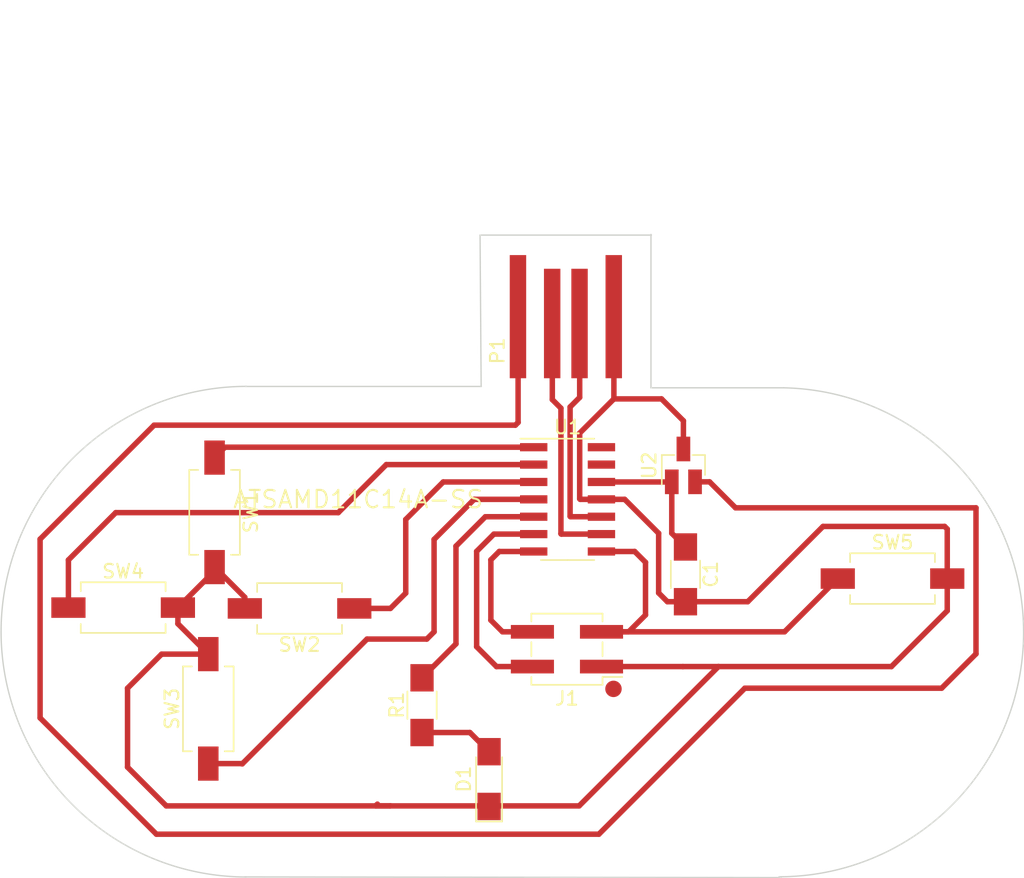
<source format=kicad_pcb>
(kicad_pcb (version 20211014) (generator pcbnew)
  (layers (0 "F.Cu" signal) (31 "B.Cu" signal) (34 "B.Paste" user) (35 "F.Paste" user) (36 "B.SilkS" user "B.Silkscreen") (37 "F.SilkS" user "F.Silkscreen") (38 "B.Mask" user) (39 "F.Mask" user) (44 "Edge.Cuts" user))
  (net 0 "")
  (net 1 "Net-(C1-Pad1)")
  (net 2 "Net-(J1-Pad2)")
  (net 3 "Net-(J1-Pad4)")
  (net 4 "Net-(P1-Pad1)")
  (net 5 "Net-(P1-Pad2)")
  (net 6 "Net-(P1-Pad3)")
  (net 7 "GND")
  (net 8 "SW1")
  (net 9 "SW2")
  (net 10 "SW3")
  (net 11 "SW4")
  (net 12 "SW5")
  (net 15 "Net-(D1-Pad2)")
  (net 16 "LED")
  (footprint "fab:PinHeader_2x02_SWD_P2.54mm_Vertical_SMD" (layer "F.Cu") (at 133.69 113.11 180)
    (fp_text reference "J1" (at 0 -3.6) (layer "F.SilkS"))
    (fp_text value "Conn_PinHeader_2x02_SWD_P2.54mm_Vertical_SMD")
    (fp_circle (center -3.4 -2.9) (end -2.9 -2.9) (layer "F.Cu") (width 0.2) (fill solid))
    (fp_line (start -4.04 -2.03) (end -2.6 -2.03) (layer "F.SilkS") (width 0.12))
    (fp_line (start -2.6 -2.6) (end 2.6 -2.6) (layer "F.SilkS") (width 0.12))
    (fp_line (start 2.6 -2.6) (end 2.6 -2.03) (layer "F.SilkS") (width 0.12))
    (fp_line (start -2.6 -2.6) (end -2.6 -2.03) (layer "F.SilkS") (width 0.12))
    (fp_line (start 2.6 -0.51) (end 2.6 0.51) (layer "F.SilkS") (width 0.12))
    (fp_line (start -2.6 -0.51) (end -2.6 0.51) (layer "F.SilkS") (width 0.12))
    (fp_line (start -2.6 2.6) (end 2.6 2.6) (layer "F.SilkS") (width 0.12))
    (fp_line (start 2.6 2.03) (end 2.6 2.6) (layer "F.SilkS") (width 0.12))
    (fp_line (start -2.6 2.03) (end -2.6 2.6) (layer "F.SilkS") (width 0.12))
    (pad "1" smd rect (at -2.525 -1.27 180) (size 3.15 1) (layers "F.Cu" "F.Paste" "F.Mask") (net 7 "GND"))
    (pad "2" smd rect (at 2.525 -1.27 180) (size 3.15 1) (layers "F.Cu" "F.Paste" "F.Mask") (net 2 "Net-(J1-Pad2)"))
    (pad "3" smd rect (at -2.525 1.27 180) (size 3.15 1) (layers "F.Cu" "F.Paste" "F.Mask") (net 12 "SW5"))
    (pad "4" smd rect (at 2.525 1.27 180) (size 3.15 1) (layers "F.Cu" "F.Paste" "F.Mask") (net 3 "Net-(J1-Pad4)"))
  )
  (footprint "fab:Button_C&K_PTS636_6x3.5mm" (layer "F.Cu") (at 107.48 117.47 90)
    (fp_text reference "SW3" (at 0 -2.65 90) (layer "F.SilkS"))
    (fp_text value "BUTTON_PTS636")
    (fp_line (start 3.1 -1.85) (end -3.1 -1.85) (layer "F.SilkS") (width 0.12))
    (fp_line (start -3.1 1.85) (end 3.1 1.85) (layer "F.SilkS") (width 0.12))
    (fp_line (start 3.1 1.85) (end 3.1 1.2) (layer "F.SilkS") (width 0.12))
    (fp_line (start -3.1 1.2) (end -3.1 1.85) (layer "F.SilkS") (width 0.12))
    (fp_line (start 3.1 -1.85) (end 3.1 -1.2) (layer "F.SilkS") (width 0.12))
    (fp_line (start -3.1 -1.85) (end -3.1 -1.2) (layer "F.SilkS") (width 0.12))
    (pad "1" smd rect locked (at -4 0 90) (size 2.5 1.5) (layers "F.Cu" "F.Paste" "F.Mask") (net 10 "SW3"))
    (pad "2" smd rect locked (at 4 0 90) (size 2.5 1.5) (layers "F.Cu" "F.Paste" "F.Mask") (net 7 "GND"))
  )
  (footprint "fab:Conn_USB_A_Plain" (layer "F.Cu") (at 133.61 89.31 90)
    (fp_text reference "P1" (at -2 -5 90 unlocked) (layer "F.SilkS"))
    (fp_text value "Conn_USB_A_Plain")
    (pad "1" smd rect (at 0.5 -3.5 90) (size 9 1.2) (layers "F.Cu" "F.Paste" "F.Mask") (net 4 "Net-(P1-Pad1)"))
    (pad "2" smd rect (at 0 -1 90) (size 8 1.2) (layers "F.Cu" "F.Paste" "F.Mask") (net 5 "Net-(P1-Pad2)"))
    (pad "3" smd rect (at 0 1 90) (size 8 1.2) (layers "F.Cu" "F.Paste" "F.Mask") (net 6 "Net-(P1-Pad3)"))
    (pad "4" smd rect (at 0.5 3.5 90) (size 9 1.2) (layers "F.Cu" "F.Paste" "F.Mask") (net 7 "GND"))
  )
  (footprint "fab:R_1206" (layer "F.Cu") (at 123.1 117.2 90)
    (fp_text reference "R1" (at 0 -1.85 90) (layer "F.SilkS"))
    (fp_text value "R")
    (fp_line (start -1 -1.07) (end 1 -1.07) (layer "F.SilkS") (width 0.12))
    (fp_line (start 1 1.07) (end -1 1.07) (layer "F.SilkS") (width 0.12))
    (pad "1" smd rect locked (at -2 0 90) (size 2 1.7) (layers "F.Cu" "F.Paste" "F.Mask") (net 15 "Net-(D1-Pad2)"))
    (pad "2" smd rect locked (at 2 0 90) (size 2 1.7) (layers "F.Cu" "F.Paste" "F.Mask") (net 16 "LED"))
  )
  (footprint "fab:SOIC-14_3.9x8.7mm_P1.27mm" (layer "F.Cu") (at 133.735 102.16)
    (fp_text reference "U1" (at 0 -5.28) (layer "F.SilkS"))
    (fp_text value "ATSAMD11C14A-SS" (at -15.305 0) (layer "F.SilkS") (effects (font (size 1.27 1.27))))
    (fp_line (start 0 4.435) (end 1.95 4.435) (layer "F.SilkS") (width 0.12))
    (fp_line (start 0 4.435) (end -1.95 4.435) (layer "F.SilkS") (width 0.12))
    (fp_line (start 0 -4.435) (end 1.95 -4.435) (layer "F.SilkS") (width 0.12))
    (fp_line (start 0 -4.435) (end -3.45 -4.435) (layer "F.SilkS") (width 0.12))
    (pad "1" smd rect (at -2.475 -3.81) (size 2 0.6) (layers "F.Cu" "F.Paste" "F.Mask") (net 8 "SW1"))
    (pad "2" smd rect (at -2.475 -2.54) (size 2 0.6) (layers "F.Cu" "F.Paste" "F.Mask") (net 11 "SW4"))
    (pad "3" smd rect (at -2.475 -1.27) (size 2 0.6) (layers "F.Cu" "F.Paste" "F.Mask") (net 9 "SW2"))
    (pad "4" smd rect (at -2.475 0) (size 2 0.6) (layers "F.Cu" "F.Paste" "F.Mask") (net 10 "SW3"))
    (pad "5" smd rect (at -2.475 1.27) (size 2 0.6) (layers "F.Cu" "F.Paste" "F.Mask") (net 16 "LED"))
    (pad "6" smd rect (at -2.475 2.54) (size 2 0.6) (layers "F.Cu" "F.Paste" "F.Mask") (net 2 "Net-(J1-Pad2)"))
    (pad "7" smd rect (at -2.475 3.81) (size 2 0.6) (layers "F.Cu" "F.Paste" "F.Mask") (net 3 "Net-(J1-Pad4)"))
    (pad "8" smd rect (at 2.475 3.81) (size 2 0.6) (layers "F.Cu" "F.Paste" "F.Mask") (net 12 "SW5"))
    (pad "9" smd rect (at 2.475 2.54) (size 2 0.6) (layers "F.Cu" "F.Paste" "F.Mask") (net 5 "Net-(P1-Pad2)"))
    (pad "10" smd rect (at 2.475 1.27) (size 2 0.6) (layers "F.Cu" "F.Paste" "F.Mask") (net 6 "Net-(P1-Pad3)"))
    (pad "11" smd rect (at 2.475 0) (size 2 0.6) (layers "F.Cu" "F.Paste" "F.Mask") (net 7 "GND"))
    (pad "12" smd rect (at 2.475 -1.27) (size 2 0.6) (layers "F.Cu" "F.Paste" "F.Mask") (net 1 "Net-(C1-Pad1)"))
    (pad "13" smd rect (at 2.475 -2.54) (size 2 0.6) (layers "F.Cu" "F.Paste" "F.Mask"))
    (pad "14" smd rect (at 2.475 -3.81) (size 2 0.6) (layers "F.Cu" "F.Paste" "F.Mask"))
  )
  (footprint "fab:SOT-23" (layer "F.Cu") (at 142.2 99.68 90)
    (fp_text reference "U2" (at 0 -2.5 90) (layer "F.SilkS"))
    (fp_text value "Regulator_Linear_LM3480-3.3V-100mA")
    (fp_line (start 0.76 1.58) (end -0.7 1.58) (layer "F.SilkS") (width 0.12))
    (fp_line (start 0.76 -1.58) (end -1.4 -1.58) (layer "F.SilkS") (width 0.12))
    (fp_line (start 0.76 1.58) (end 0.76 0.65) (layer "F.SilkS") (width 0.12))
    (fp_line (start 0.76 -1.58) (end 0.76 -0.65) (layer "F.SilkS") (width 0.12))
    (pad "1" smd rect locked (at -1.2 -0.85 90) (size 1.8 1) (layers "F.Cu" "F.Paste" "F.Mask") (net 1 "Net-(C1-Pad1)"))
    (pad "2" smd rect locked (at -1.2 0.85 90) (size 1.8 1) (layers "F.Cu" "F.Paste" "F.Mask") (net 4 "Net-(P1-Pad1)"))
    (pad "3" smd rect locked (at 1.2 0 90) (size 1.8 1) (layers "F.Cu" "F.Paste" "F.Mask") (net 7 "GND"))
  )
  (footprint "fab:Button_C&K_PTS636_6x3.5mm" (layer "F.Cu") (at 114.15 110.13 180)
    (fp_text reference "SW2" (at 0 -2.65) (layer "F.SilkS"))
    (fp_text value "BUTTON_PTS636")
    (fp_line (start -3.1 -1.85) (end -3.1 -1.2) (layer "F.SilkS") (width 0.12))
    (fp_line (start 3.1 1.85) (end 3.1 1.2) (layer "F.SilkS") (width 0.12))
    (fp_line (start 3.1 -1.85) (end -3.1 -1.85) (layer "F.SilkS") (width 0.12))
    (fp_line (start -3.1 1.85) (end 3.1 1.85) (layer "F.SilkS") (width 0.12))
    (fp_line (start -3.1 1.2) (end -3.1 1.85) (layer "F.SilkS") (width 0.12))
    (fp_line (start 3.1 -1.85) (end 3.1 -1.2) (layer "F.SilkS") (width 0.12))
    (pad "1" smd rect locked (at -4 0 180) (size 2.5 1.5) (layers "F.Cu" "F.Paste" "F.Mask") (net 9 "SW2"))
    (pad "2" smd rect locked (at 4 0 180) (size 2.5 1.5) (layers "F.Cu" "F.Paste" "F.Mask") (net 7 "GND"))
  )
  (footprint "fab:C_1206" (layer "F.Cu") (at 142.35 107.64 -90)
    (fp_text reference "C1" (at 0 -1.85 90) (layer "F.SilkS"))
    (fp_text value "C")
    (fp_line (start -1 -1.07) (end 1 -1.07) (layer "F.SilkS") (width 0.12))
    (fp_line (start 1 1.07) (end -1 1.07) (layer "F.SilkS") (width 0.12))
    (pad "1" smd rect locked (at -2 0 270) (size 2 1.7) (layers "F.Cu" "F.Paste" "F.Mask") (net 1 "Net-(C1-Pad1)"))
    (pad "2" smd rect locked (at 2 0 270) (size 2 1.7) (layers "F.Cu" "F.Paste" "F.Mask") (net 7 "GND"))
  )
  (footprint "fab:Button_C&K_PTS636_6x3.5mm" (layer "F.Cu") (at 107.94 103.11 -90)
    (fp_text reference "SW1" (at 0 -2.65 90) (layer "F.SilkS"))
    (fp_text value "BUTTON_PTS636")
    (fp_line (start -3.1 -1.85) (end -3.1 -1.2) (layer "F.SilkS") (width 0.12))
    (fp_line (start 3.1 1.85) (end 3.1 1.2) (layer "F.SilkS") (width 0.12))
    (fp_line (start -3.1 1.85) (end 3.1 1.85) (layer "F.SilkS") (width 0.12))
    (fp_line (start -3.1 1.2) (end -3.1 1.85) (layer "F.SilkS") (width 0.12))
    (fp_line (start 3.1 -1.85) (end 3.1 -1.2) (layer "F.SilkS") (width 0.12))
    (fp_line (start 3.1 -1.85) (end -3.1 -1.85) (layer "F.SilkS") (width 0.12))
    (pad "1" smd rect locked (at -4 0 270) (size 2.5 1.5) (layers "F.Cu" "F.Paste" "F.Mask") (net 8 "SW1"))
    (pad "2" smd rect locked (at 4 0 270) (size 2.5 1.5) (layers "F.Cu" "F.Paste" "F.Mask") (net 7 "GND"))
  )
  (footprint "fab:Button_C&K_PTS636_6x3.5mm" (layer "F.Cu") (at 101.26 110.07)
    (fp_text reference "SW4" (at 0 -2.65) (layer "F.SilkS"))
    (fp_text value "BUTTON_PTS636")
    (fp_line (start 3.1 -1.85) (end 3.1 -1.2) (layer "F.SilkS") (width 0.12))
    (fp_line (start 3.1 1.85) (end 3.1 1.2) (layer "F.SilkS") (width 0.12))
    (fp_line (start -3.1 -1.85) (end -3.1 -1.2) (layer "F.SilkS") (width 0.12))
    (fp_line (start -3.1 1.85) (end 3.1 1.85) (layer "F.SilkS") (width 0.12))
    (fp_line (start -3.1 1.2) (end -3.1 1.85) (layer "F.SilkS") (width 0.12))
    (fp_line (start 3.1 -1.85) (end -3.1 -1.85) (layer "F.SilkS") (width 0.12))
    (pad "1" smd rect locked (at -4 0) (size 2.5 1.5) (layers "F.Cu" "F.Paste" "F.Mask") (net 11 "SW4"))
    (pad "2" smd rect locked (at 4 0) (size 2.5 1.5) (layers "F.Cu" "F.Paste" "F.Mask") (net 7 "GND"))
  )
  (footprint "fab:Button_C&K_PTS636_6x3.5mm" (layer "F.Cu") (at 157.48 107.95)
    (fp_text reference "SW5" (at 0 -2.65) (layer "F.SilkS"))
    (fp_text value "BUTTON_PTS636")
    (fp_line (start -3.1 1.85) (end 3.1 1.85) (layer "F.SilkS") (width 0.12))
    (fp_line (start -3.1 1.2) (end -3.1 1.85) (layer "F.SilkS") (width 0.12))
    (fp_line (start 3.1 1.85) (end 3.1 1.2) (layer "F.SilkS") (width 0.12))
    (fp_line (start 3.1 -1.85) (end 3.1 -1.2) (layer "F.SilkS") (width 0.12))
    (fp_line (start -3.1 -1.85) (end -3.1 -1.2) (layer "F.SilkS") (width 0.12))
    (fp_line (start 3.1 -1.85) (end -3.1 -1.85) (layer "F.SilkS") (width 0.12))
    (pad "1" smd rect locked (at -4 0) (size 2.5 1.5) (layers "F.Cu" "F.Paste" "F.Mask") (net 12 "SW5"))
    (pad "2" smd rect locked (at 4 0) (size 2.5 1.5) (layers "F.Cu" "F.Paste" "F.Mask") (net 7 "GND"))
  )
  (footprint "fab:LED_1206" (layer "F.Cu") (at 128 122.6 90)
    (fp_text reference "D1" (at 0 -1.85 90) (layer "F.SilkS"))
    (fp_text value "LED")
    (fp_line (start -3.1 -0.95) (end 1.6 -0.95) (layer "F.SilkS") (width 0.12))
    (fp_line (start -3.1 -0.95) (end -3.1 0.95) (layer "F.SilkS") (width 0.12))
    (fp_line (start -3.1 0.95) (end 1.6 0.95) (layer "F.SilkS") (width 0.12))
    (pad "1" smd rect locked (at -2 0 90) (size 2 1.7) (layers "F.Cu" "F.Paste" "F.Mask") (net 7 "GND"))
    (pad "2" smd rect locked (at 2 0 90) (size 2 1.7) (layers "F.Cu" "F.Paste" "F.Mask") (net 15 "Net-(D1-Pad2)"))
  )
  (gr_arc (start 149.53 94.01) (mid 167.055809 112.04339) (end 149.19 129.74) (layer "Edge.Cuts") (width 0.1))
  (gr_line (start 110.15 129.75) (end 149.32 129.8) (layer "Edge.Cuts") (width 0.1))
  (gr_line (start 110.2 93.91) (end 127.42 93.91) (layer "Edge.Cuts") (width 0.1))
  (gr_line (start 127.34 82.85) (end 139.86 82.85) (layer "Edge.Cuts") (width 0.1))
  (gr_line (start 139.83 94.01) (end 149.53 94.01) (layer "Edge.Cuts") (width 0.1))
  (gr_line (start 139.83 82.8) (end 139.83 94.01) (layer "Edge.Cuts") (width 0.1))
  (gr_arc (start 110.265 129.755) (mid 92.309975 111.83) (end 110.265 93.905) (layer "Edge.Cuts") (width 0.1))
  (gr_line (start 127.42 93.91) (end 127.34 82.85) (layer "Edge.Cuts") (width 0.1))
  (segment (start 141.35 104.64) (end 142.35 105.64) (width 0.4) (layer "F.Cu") (net 1))
  (segment (start 141.35 100.88) (end 141.35 104.64) (width 0.4) (layer "F.Cu") (net 1))
  (segment (start 141.34 100.89) (end 141.35 100.88) (width 0.4) (layer "F.Cu") (net 1))
  (segment (start 136.21 100.89) (end 141.34 100.89) (width 0.4) (layer "F.Cu") (net 1))
  (segment (start 127.09 112.93) (end 128.54 114.38) (width 0.4) (layer "F.Cu") (net 2))
  (segment (start 127.09 105.96) (end 127.09 112.93) (width 0.4) (layer "F.Cu") (net 2))
  (segment (start 128.54 114.38) (end 131.165 114.38) (width 0.4) (layer "F.Cu") (net 2))
  (segment (start 131.26 104.7) (end 128.35 104.7) (width 0.4) (layer "F.Cu") (net 2))
  (segment (start 128.35 104.7) (end 127.09 105.96) (width 0.4) (layer "F.Cu") (net 2))
  (segment (start 128.98 111.84) (end 131.165 111.84) (width 0.4) (layer "F.Cu") (net 3))
  (segment (start 128.13 110.99) (end 128.98 111.84) (width 0.4) (layer "F.Cu") (net 3))
  (segment (start 128.74 105.97) (end 128.13 106.58) (width 0.4) (layer "F.Cu") (net 3))
  (segment (start 128.13 106.58) (end 128.13 110.99) (width 0.4) (layer "F.Cu") (net 3))
  (segment (start 131.26 105.97) (end 128.74 105.97) (width 0.4) (layer "F.Cu") (net 3))
  (segment (start 163.58 102.78) (end 146.01 102.78) (width 0.4) (layer "F.Cu") (net 4))
  (segment (start 146.01 102.78) (end 144.11 100.88) (width 0.4) (layer "F.Cu") (net 4))
  (segment (start 95.19 105.07) (end 95.19 118.13) (width 0.4) (layer "F.Cu") (net 4))
  (segment (start 130.12 87.61) (end 130.12 96.54) (width 0.4) (layer "F.Cu") (net 4))
  (segment (start 146.69 115.96) (end 161.07 115.96) (width 0.4) (layer "F.Cu") (net 4))
  (segment (start 161.07 115.96) (end 163.58 113.45) (width 0.4) (layer "F.Cu") (net 4))
  (segment (start 95.19 118.13) (end 103.69 126.63) (width 0.4) (layer "F.Cu") (net 4))
  (segment (start 130.12 96.54) (end 129.92 96.74) (width 0.4) (layer "F.Cu") (net 4))
  (segment (start 136.02 126.63) (end 146.69 115.96) (width 0.4) (layer "F.Cu") (net 4))
  (segment (start 144.11 100.88) (end 143.05 100.88) (width 0.4) (layer "F.Cu") (net 4))
  (segment (start 103.52 96.74) (end 95.19 105.07) (width 0.4) (layer "F.Cu") (net 4))
  (segment (start 163.58 113.45) (end 163.58 102.78) (width 0.4) (layer "F.Cu") (net 4))
  (segment (start 129.92 96.74) (end 103.52 96.74) (width 0.4) (layer "F.Cu") (net 4))
  (segment (start 103.69 126.63) (end 136.02 126.63) (width 0.4) (layer "F.Cu") (net 4))
  (segment (start 132.62 94.87) (end 133.25 95.5) (width 0.4) (layer "F.Cu") (net 5))
  (segment (start 133.25 95.5) (end 133.25 104.67) (width 0.4) (layer "F.Cu") (net 5))
  (segment (start 133.28 104.7) (end 136.21 104.7) (width 0.4) (layer "F.Cu") (net 5))
  (segment (start 132.62 88.11) (end 132.62 94.87) (width 0.4) (layer "F.Cu") (net 5))
  (segment (start 133.25 104.67) (end 133.28 104.7) (width 0.4) (layer "F.Cu") (net 5))
  (segment (start 134.62 88.11) (end 134.62 94.71) (width 0.4) (layer "F.Cu") (net 6))
  (segment (start 134.62 94.71) (end 133.92 95.41) (width 0.4) (layer "F.Cu") (net 6))
  (segment (start 133.92 103.4) (end 133.95 103.43) (width 0.4) (layer "F.Cu") (net 6))
  (segment (start 133.95 103.43) (end 136.21 103.43) (width 0.4) (layer "F.Cu") (net 6))
  (segment (start 133.92 95.41) (end 133.92 103.4) (width 0.4) (layer "F.Cu") (net 6))
  (segment (start 107.48 113.47) (end 104.07 113.47) (width 0.4) (layer "F.Cu") (net 7))
  (segment (start 104.07 113.47) (end 101.58 115.96) (width 0.4) (layer "F.Cu") (net 7))
  (segment (start 140.39 104.64) (end 137.91 102.16) (width 0.4) (layer "F.Cu") (net 7))
  (segment (start 142.35 109.64) (end 146.9 109.64) (width 0.4) (layer "F.Cu") (net 7))
  (segment (start 107.94 107.39) (end 105.26 110.07) (width 0.4) (layer "F.Cu") (net 7))
  (segment (start 161.48 104.33) (end 161.48 107.95) (width 0.4) (layer "F.Cu") (net 7))
  (segment (start 105.26 111.25) (end 107.48 113.47) (width 0.4) (layer "F.Cu") (net 7))
  (segment (start 142.2 96.42) (end 140.6 94.82) (width 0.4) (layer "F.Cu") (net 7))
  (segment (start 105.26 110.07) (end 105.26 111.25) (width 0.4) (layer "F.Cu") (net 7))
  (segment (start 119.71 124.56) (end 120.78 124.56) (width 0.4) (layer "F.Cu") (net 7))
  (segment (start 140.6 94.82) (end 137.12 94.82) (width 0.4) (layer "F.Cu") (net 7))
  (segment (start 134.62 97.32) (end 134.62 102.12) (width 0.4) (layer "F.Cu") (net 7))
  (segment (start 146.9 109.64) (end 152.4 104.14) (width 0.4) (layer "F.Cu") (net 7))
  (segment (start 119.84 124.43) (end 119.71 124.56) (width 0.4) (layer "F.Cu") (net 7))
  (segment (start 134.62 102.12) (end 134.66 102.16) (width 0.4) (layer "F.Cu") (net 7))
  (segment (start 141.03 109.64) (end 140.39 109) (width 0.4) (layer "F.Cu") (net 7))
  (segment (start 101.58 115.96) (end 101.58 121.73) (width 0.4) (layer "F.Cu") (net 7))
  (segment (start 134.58 124.56) (end 144.76 114.38) (width 0.4) (layer "F.Cu") (net 7))
  (segment (start 161.48 107.95) (end 161.48 110.3) (width 0.4) (layer "F.Cu") (net 7))
  (segment (start 110.15 109.32) (end 107.94 107.11) (width 0.4) (layer "F.Cu") (net 7))
  (segment (start 142.16 114.38) (end 136.215 114.38) (width 0.4) (layer "F.Cu") (net 7))
  (segment (start 161.48 110.3) (end 157.4 114.38) (width 0.4) (layer "F.Cu") (net 7))
  (segment (start 161.29 104.14) (end 161.48 104.33) (width 0.4) (layer "F.Cu") (net 7))
  (segment (start 137.12 87.61) (end 137.12 94.82) (width 0.4) (layer "F.Cu") (net 7))
  (segment (start 134.66 102.16) (end 136.21 102.16) (width 0.4) (layer "F.Cu") (net 7))
  (segment (start 144.76 114.38) (end 142.16 114.38) (width 0.4) (layer "F.Cu") (net 7))
  (segment (start 137.91 102.16) (end 136.21 102.16) (width 0.4) (layer "F.Cu") (net 7))
  (segment (start 110.15 110.13) (end 110.15 109.32) (width 0.4) (layer "F.Cu") (net 7))
  (segment (start 104.41 124.56) (end 120.78 124.56) (width 0.4) (layer "F.Cu") (net 7))
  (segment (start 140.39 109) (end 140.39 104.64) (width 0.4) (layer "F.Cu") (net 7))
  (segment (start 157.4 114.38) (end 144.76 114.38) (width 0.4) (layer "F.Cu") (net 7))
  (segment (start 120.78 124.56) (end 134.58 124.56) (width 0.4) (layer "F.Cu") (net 7))
  (segment (start 142.35 109.64) (end 141.03 109.64) (width 0.4) (layer "F.Cu") (net 7))
  (segment (start 137.12 94.82) (end 134.62 97.32) (width 0.4) (layer "F.Cu") (net 7))
  (segment (start 101.58 121.73) (end 104.41 124.56) (width 0.4) (layer "F.Cu") (net 7))
  (segment (start 107.94 107.11) (end 107.94 107.39) (width 0.4) (layer "F.Cu") (net 7))
  (segment (start 142.2 98.48) (end 142.2 96.42) (width 0.4) (layer "F.Cu") (net 7))
  (segment (start 152.4 104.14) (end 161.29 104.14) (width 0.4) (layer "F.Cu") (net 7))
  (segment (start 107.94 99.11) (end 108.7 98.35) (width 0.4) (layer "F.Cu") (net 8))
  (segment (start 108.7 98.35) (end 131.26 98.35) (width 0.4) (layer "F.Cu") (net 8))
  (segment (start 124.65 100.89) (end 131.26 100.89) (width 0.4) (layer "F.Cu") (net 9))
  (segment (start 121.91 109.01) (end 121.91 103.63) (width 0.4) (layer "F.Cu") (net 9))
  (segment (start 120.79 110.13) (end 121.91 109.01) (width 0.4) (layer "F.Cu") (net 9))
  (segment (start 118.15 110.13) (end 120.79 110.13) (width 0.4) (layer "F.Cu") (net 9))
  (segment (start 121.91 103.63) (end 124.65 100.89) (width 0.4) (layer "F.Cu") (net 9))
  (segment (start 109.94 121.47) (end 109.96 121.49) (width 0.4) (layer "F.Cu") (net 10))
  (segment (start 123.98 105.09) (end 126.91 102.16) (width 0.4) (layer "F.Cu") (net 10))
  (segment (start 107.48 121.47) (end 109.94 121.47) (width 0.4) (layer "F.Cu") (net 10))
  (segment (start 123.45 112.37) (end 123.98 111.84) (width 0.4) (layer "F.Cu") (net 10))
  (segment (start 126.91 102.16) (end 131.26 102.16) (width 0.4) (layer "F.Cu") (net 10))
  (segment (start 119.08 112.37) (end 123.45 112.37) (width 0.4) (layer "F.Cu") (net 10))
  (segment (start 123.98 111.84) (end 123.98 105.09) (width 0.4) (layer "F.Cu") (net 10))
  (segment (start 109.96 121.49) (end 119.08 112.37) (width 0.4) (layer "F.Cu") (net 10))
  (segment (start 97.26 110.07) (end 97.26 106.59) (width 0.4) (layer "F.Cu") (net 11))
  (segment (start 116.98 103.13) (end 120.49 99.62) (width 0.4) (layer "F.Cu") (net 11))
  (segment (start 120.49 99.62) (end 131.26 99.62) (width 0.4) (layer "F.Cu") (net 11))
  (segment (start 97.26 106.59) (end 100.72 103.13) (width 0.4) (layer "F.Cu") (net 11))
  (segment (start 100.72 103.13) (end 116.98 103.13) (width 0.4) (layer "F.Cu") (net 11))
  (segment (start 136.215 111.84) (end 149.59 111.84) (width 0.4) (layer "F.Cu") (net 12))
  (segment (start 149.59 111.84) (end 153.48 107.95) (width 0.4) (layer "F.Cu") (net 12))
  (segment (start 138.2 111.84) (end 136.215 111.84) (width 0.4) (layer "F.Cu") (net 12))
  (segment (start 136.21 105.97) (end 138.64 105.97) (width 0.4) (layer "F.Cu") (net 12))
  (segment (start 139.43 110.61) (end 138.2 111.84) (width 0.4) (layer "F.Cu") (net 12))
  (segment (start 139.43 106.76) (end 139.43 110.61) (width 0.4) (layer "F.Cu") (net 12))
  (segment (start 138.64 105.97) (end 139.43 106.76) (width 0.4) (layer "F.Cu") (net 12))
  (segment (start 126.6 119.2) (end 128 120.6) (width 0.4) (layer "F.Cu") (net 15))
  (segment (start 123.1 119.2) (end 126.6 119.2) (width 0.4) (layer "F.Cu") (net 15))
  (segment (start 125.58 112.72) (end 123.1 115.2) (width 0.4) (layer "F.Cu") (net 16))
  (segment (start 125.58 105.58) (end 125.58 112.72) (width 0.4) (layer "F.Cu") (net 16))
  (segment (start 127.73 103.43) (end 125.58 105.58) (width 0.4) (layer "F.Cu") (net 16))
  (segment (start 131.26 103.43) (end 127.73 103.43) (width 0.4) (layer "F.Cu") (net 16))
)
</source>
